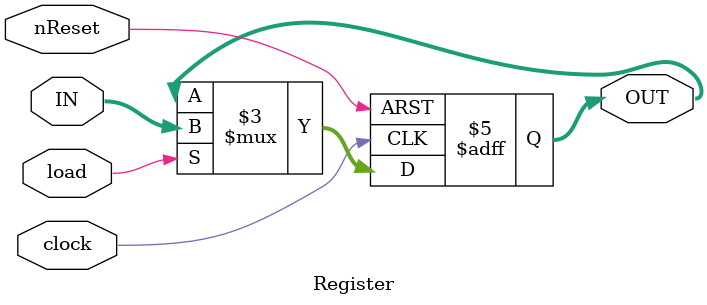
<source format=v>
/* 8bit register with reset, load */
module Register(IN, OUT, clock, nReset, load);

input [7:0] IN;
input clock, load;
input nReset;    // Negative logic
output [7:0] OUT;

wire [7:0] IN;
wire clock, nReset, load;
reg [7:0] OUT;

always @(posedge clock or negedge nReset) begin
    if(!nReset)
        OUT <= 8'd0;
    else if (load)
        OUT <= IN;
end

endmodule
</source>
